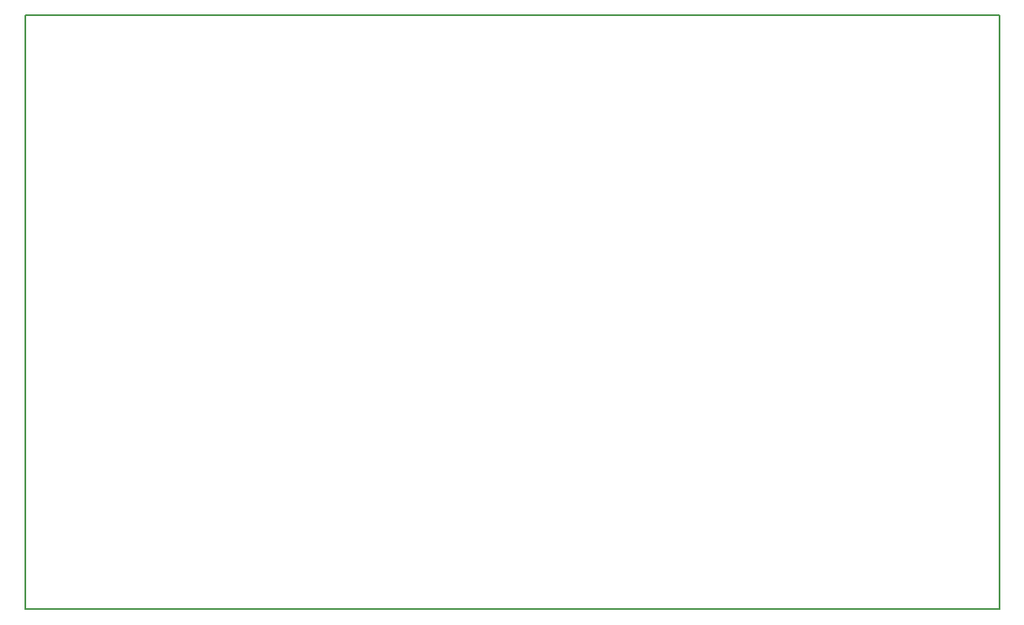
<source format=gbr>
G04 #@! TF.FileFunction,Profile,NP*
%FSLAX46Y46*%
G04 Gerber Fmt 4.6, Leading zero omitted, Abs format (unit mm)*
G04 Created by KiCad (PCBNEW 4.0.5+dfsg1-4+deb9u1) date Tue Nov 15 17:13:48 2022*
%MOMM*%
%LPD*%
G01*
G04 APERTURE LIST*
%ADD10C,0.100000*%
%ADD11C,0.150000*%
G04 APERTURE END LIST*
D10*
D11*
X193802000Y-68834000D02*
X193802000Y-128524000D01*
X96012000Y-68834000D02*
X193802000Y-68834000D01*
X96012000Y-128524000D02*
X96012000Y-68834000D01*
X193802000Y-128524000D02*
X96012000Y-128524000D01*
M02*

</source>
